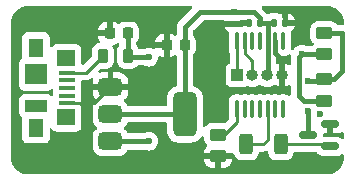
<source format=gbr>
%TF.GenerationSoftware,KiCad,Pcbnew,8.0.6*%
%TF.CreationDate,2024-12-25T17:09:27-08:00*%
%TF.ProjectId,USB_LED_Controller,5553425f-4c45-4445-9f43-6f6e74726f6c,rev?*%
%TF.SameCoordinates,Original*%
%TF.FileFunction,Copper,L1,Top*%
%TF.FilePolarity,Positive*%
%FSLAX46Y46*%
G04 Gerber Fmt 4.6, Leading zero omitted, Abs format (unit mm)*
G04 Created by KiCad (PCBNEW 8.0.6) date 2024-12-25 17:09:27*
%MOMM*%
%LPD*%
G01*
G04 APERTURE LIST*
G04 Aperture macros list*
%AMRoundRect*
0 Rectangle with rounded corners*
0 $1 Rounding radius*
0 $2 $3 $4 $5 $6 $7 $8 $9 X,Y pos of 4 corners*
0 Add a 4 corners polygon primitive as box body*
4,1,4,$2,$3,$4,$5,$6,$7,$8,$9,$2,$3,0*
0 Add four circle primitives for the rounded corners*
1,1,$1+$1,$2,$3*
1,1,$1+$1,$4,$5*
1,1,$1+$1,$6,$7*
1,1,$1+$1,$8,$9*
0 Add four rect primitives between the rounded corners*
20,1,$1+$1,$2,$3,$4,$5,0*
20,1,$1+$1,$4,$5,$6,$7,0*
20,1,$1+$1,$6,$7,$8,$9,0*
20,1,$1+$1,$8,$9,$2,$3,0*%
G04 Aperture macros list end*
%TA.AperFunction,SMDPad,CuDef*%
%ADD10RoundRect,0.250000X-0.450000X0.262500X-0.450000X-0.262500X0.450000X-0.262500X0.450000X0.262500X0*%
%TD*%
%TA.AperFunction,SMDPad,CuDef*%
%ADD11RoundRect,0.250000X0.450000X-0.262500X0.450000X0.262500X-0.450000X0.262500X-0.450000X-0.262500X0*%
%TD*%
%TA.AperFunction,SMDPad,CuDef*%
%ADD12RoundRect,0.375000X-0.625000X-0.375000X0.625000X-0.375000X0.625000X0.375000X-0.625000X0.375000X0*%
%TD*%
%TA.AperFunction,SMDPad,CuDef*%
%ADD13RoundRect,0.500000X-0.500000X-1.400000X0.500000X-1.400000X0.500000X1.400000X-0.500000X1.400000X0*%
%TD*%
%TA.AperFunction,SMDPad,CuDef*%
%ADD14RoundRect,0.100000X0.100000X-0.637500X0.100000X0.637500X-0.100000X0.637500X-0.100000X-0.637500X0*%
%TD*%
%TA.AperFunction,SMDPad,CuDef*%
%ADD15RoundRect,0.250000X-0.312500X-0.625000X0.312500X-0.625000X0.312500X0.625000X-0.312500X0.625000X0*%
%TD*%
%TA.AperFunction,SMDPad,CuDef*%
%ADD16RoundRect,0.150000X0.587500X0.150000X-0.587500X0.150000X-0.587500X-0.150000X0.587500X-0.150000X0*%
%TD*%
%TA.AperFunction,SMDPad,CuDef*%
%ADD17R,1.380000X0.450000*%
%TD*%
%TA.AperFunction,SMDPad,CuDef*%
%ADD18R,1.300000X1.650000*%
%TD*%
%TA.AperFunction,SMDPad,CuDef*%
%ADD19R,1.550000X1.425000*%
%TD*%
%TA.AperFunction,SMDPad,CuDef*%
%ADD20R,1.900000X1.800000*%
%TD*%
%TA.AperFunction,SMDPad,CuDef*%
%ADD21R,1.900000X1.000000*%
%TD*%
%TA.AperFunction,ComponentPad*%
%ADD22R,1.000000X1.000000*%
%TD*%
%TA.AperFunction,ComponentPad*%
%ADD23O,1.000000X1.000000*%
%TD*%
%TA.AperFunction,SMDPad,CuDef*%
%ADD24RoundRect,0.218750X0.218750X0.381250X-0.218750X0.381250X-0.218750X-0.381250X0.218750X-0.381250X0*%
%TD*%
%TA.AperFunction,SMDPad,CuDef*%
%ADD25RoundRect,0.225000X0.225000X0.250000X-0.225000X0.250000X-0.225000X-0.250000X0.225000X-0.250000X0*%
%TD*%
%TA.AperFunction,SMDPad,CuDef*%
%ADD26RoundRect,0.140000X0.140000X0.170000X-0.140000X0.170000X-0.140000X-0.170000X0.140000X-0.170000X0*%
%TD*%
%TA.AperFunction,SMDPad,CuDef*%
%ADD27RoundRect,0.140000X-0.170000X0.140000X-0.170000X-0.140000X0.170000X-0.140000X0.170000X0.140000X0*%
%TD*%
%TA.AperFunction,SMDPad,CuDef*%
%ADD28RoundRect,0.140000X-0.140000X-0.170000X0.140000X-0.170000X0.140000X0.170000X-0.140000X0.170000X0*%
%TD*%
%TA.AperFunction,ViaPad*%
%ADD29C,0.600000*%
%TD*%
%TA.AperFunction,Conductor*%
%ADD30C,0.250000*%
%TD*%
%TA.AperFunction,Conductor*%
%ADD31C,0.400000*%
%TD*%
G04 APERTURE END LIST*
D10*
%TO.P,R4,1*%
%TO.N,Net-(U1-PB9)*%
X85344000Y-74883000D03*
%TO.P,R4,2*%
%TO.N,GND*%
X85344000Y-76708000D03*
%TD*%
D11*
%TO.P,R2,1*%
%TO.N,+5V*%
X94361000Y-68095500D03*
%TO.P,R2,2*%
%TO.N,Net-(Q1-D)*%
X94361000Y-66270500D03*
%TD*%
D12*
%TO.P,U2,1,GND*%
%TO.N,GND*%
X76250000Y-70852000D03*
%TO.P,U2,2,VO*%
%TO.N,+3.3V*%
X76250000Y-73152000D03*
D13*
X82550000Y-73152000D03*
D12*
%TO.P,U2,3,VI*%
%TO.N,+5V*%
X76250000Y-75452000D03*
%TD*%
D14*
%TO.P,U1,1,PB9*%
%TO.N,Net-(U1-PB9)*%
X86950000Y-72712500D03*
%TO.P,U1,2,PC14*%
%TO.N,unconnected-(U1-PC14-Pad2)*%
X87600000Y-72712500D03*
%TO.P,U1,3,PC15*%
%TO.N,unconnected-(U1-PC15-Pad3)*%
X88250000Y-72712500D03*
%TO.P,U1,4,NRST*%
%TO.N,unconnected-(U1-NRST-Pad4)*%
X88900000Y-72712500D03*
%TO.P,U1,5,PA0*%
%TO.N,PWM*%
X89550000Y-72712500D03*
%TO.P,U1,6,PA1*%
%TO.N,unconnected-(U1-PA1-Pad6)*%
X90200000Y-72712500D03*
%TO.P,U1,7,PA4*%
%TO.N,unconnected-(U1-PA4-Pad7)*%
X90850000Y-72712500D03*
%TO.P,U1,8,PA7*%
%TO.N,unconnected-(U1-PA7-Pad8)*%
X90850000Y-66987500D03*
%TO.P,U1,9,VSS*%
%TO.N,GND*%
X90200000Y-66987500D03*
%TO.P,U1,10,VDD*%
%TO.N,+3.3V*%
X89550000Y-66987500D03*
%TO.P,U1,11,PA9*%
%TO.N,unconnected-(U1-PA9-Pad11)*%
X88900000Y-66987500D03*
%TO.P,U1,12,PA10*%
%TO.N,unconnected-(U1-PA10-Pad12)*%
X88250000Y-66987500D03*
%TO.P,U1,13,PA13*%
%TO.N,SWDIO*%
X87600000Y-66987500D03*
%TO.P,U1,14,PA14*%
%TO.N,SWCLK*%
X86950000Y-66987500D03*
%TD*%
D15*
%TO.P,R3,1*%
%TO.N,PWM*%
X87753000Y-75692000D03*
%TO.P,R3,2*%
%TO.N,Net-(Q1-G)*%
X90678000Y-75692000D03*
%TD*%
D11*
%TO.P,R1,1*%
%TO.N,+5V*%
X94337500Y-72032500D03*
%TO.P,R1,2*%
%TO.N,Net-(Q1-D)*%
X94337500Y-70207500D03*
%TD*%
D16*
%TO.P,Q1,1,G*%
%TO.N,Net-(Q1-G)*%
X94839000Y-75880000D03*
%TO.P,Q1,2,S*%
%TO.N,GND*%
X94839000Y-73980000D03*
%TO.P,Q1,3,D*%
%TO.N,Net-(Q1-D)*%
X92964000Y-74930000D03*
%TD*%
D17*
%TO.P,J2,1,VBUS*%
%TO.N,Net-(J2-VBUS)*%
X72602000Y-69620000D03*
%TO.P,J2,2,D-*%
%TO.N,unconnected-(J2-D--Pad2)*%
X72602000Y-70270000D03*
%TO.P,J2,3,D+*%
%TO.N,unconnected-(J2-D+-Pad3)*%
X72602000Y-70920000D03*
%TO.P,J2,4,ID*%
%TO.N,unconnected-(J2-ID-Pad4)*%
X72602000Y-71570000D03*
%TO.P,J2,5,GND*%
%TO.N,GND*%
X72602000Y-72220000D03*
D18*
%TO.P,J2,6,Shield*%
%TO.N,unconnected-(J2-Shield-Pad6)_2*%
X69942000Y-67545000D03*
D19*
%TO.N,unconnected-(J2-Shield-Pad6)_4*%
X72517000Y-68432500D03*
D20*
%TO.N,unconnected-(J2-Shield-Pad6)_1*%
X69942000Y-69770000D03*
D21*
%TO.N,unconnected-(J2-Shield-Pad6)*%
X69942000Y-72470000D03*
D19*
%TO.N,unconnected-(J2-Shield-Pad6)_3*%
X72517000Y-73407500D03*
D18*
%TO.N,unconnected-(J2-Shield-Pad6)_5*%
X69942000Y-74295000D03*
%TD*%
D22*
%TO.P,J1,1,Pin_1*%
%TO.N,SWCLK*%
X86995000Y-69850000D03*
D23*
%TO.P,J1,2,Pin_2*%
%TO.N,SWDIO*%
X88265000Y-69850000D03*
%TO.P,J1,3,Pin_3*%
%TO.N,+3.3V*%
X89535000Y-69850000D03*
%TO.P,J1,4,Pin_4*%
%TO.N,GND*%
X90805000Y-69850000D03*
%TD*%
D24*
%TO.P,FB1,1*%
%TO.N,+5V*%
X77724000Y-68199000D03*
%TO.P,FB1,2*%
%TO.N,Net-(J2-VBUS)*%
X75599000Y-68199000D03*
%TD*%
D25*
%TO.P,C5,2*%
%TO.N,GND*%
X81000000Y-67310000D03*
%TO.P,C5,1*%
%TO.N,+3.3V*%
X82550000Y-67310000D03*
%TD*%
%TO.P,C4,1*%
%TO.N,+5V*%
X77724000Y-66294000D03*
%TO.P,C4,2*%
%TO.N,GND*%
X76174000Y-66294000D03*
%TD*%
D26*
%TO.P,C3,1*%
%TO.N,+3.3V*%
X88900000Y-65405000D03*
%TO.P,C3,2*%
%TO.N,GND*%
X87940000Y-65405000D03*
%TD*%
D27*
%TO.P,C2,1*%
%TO.N,+3.3V*%
X86741000Y-64516000D03*
%TO.P,C2,2*%
%TO.N,GND*%
X86741000Y-65476000D03*
%TD*%
D28*
%TO.P,C1,1*%
%TO.N,+3.3V*%
X90099000Y-65405000D03*
%TO.P,C1,2*%
%TO.N,GND*%
X91059000Y-65405000D03*
%TD*%
D29*
%TO.N,GND*%
X80772000Y-75692000D03*
X93980000Y-73152000D03*
X84582000Y-67310000D03*
X81026000Y-65786000D03*
X92202000Y-66548000D03*
%TO.N,Net-(Q1-D)*%
X92964000Y-70358000D03*
X92964000Y-72898000D03*
%TO.N,+5V*%
X92456000Y-68072000D03*
X79502000Y-68326000D03*
X79502000Y-75438000D03*
%TD*%
D30*
%TO.N,Net-(Q1-G)*%
X90678000Y-75692000D02*
X94651000Y-75692000D01*
X94651000Y-75692000D02*
X94839000Y-75880000D01*
%TO.N,PWM*%
X89550000Y-75296000D02*
X89550000Y-72712500D01*
X89154000Y-75692000D02*
X89550000Y-75296000D01*
X87753000Y-75692000D02*
X89154000Y-75692000D01*
%TO.N,Net-(U1-PB9)*%
X86950000Y-73832000D02*
X86950000Y-72712500D01*
X85899000Y-74883000D02*
X86950000Y-73832000D01*
X85344000Y-74883000D02*
X85899000Y-74883000D01*
%TO.N,GND*%
X92202000Y-65532000D02*
X92202000Y-66548000D01*
X91059000Y-65405000D02*
X91186000Y-65532000D01*
X91186000Y-65532000D02*
X92202000Y-65532000D01*
%TO.N,Net-(J2-VBUS)*%
X74178000Y-69620000D02*
X75599000Y-68199000D01*
X72602000Y-69620000D02*
X74178000Y-69620000D01*
%TO.N,GND*%
X74882000Y-72220000D02*
X76250000Y-70852000D01*
X72602000Y-72220000D02*
X74882000Y-72220000D01*
D31*
X86812000Y-65405000D02*
X86741000Y-65476000D01*
X87940000Y-65405000D02*
X86812000Y-65405000D01*
%TO.N,Net-(Q1-D)*%
X92964000Y-70358000D02*
X94187000Y-70358000D01*
X92964000Y-74930000D02*
X92964000Y-72898000D01*
X94187000Y-70358000D02*
X94337500Y-70207500D01*
%TO.N,+5V*%
X92606500Y-72032500D02*
X94337500Y-72032500D01*
X92202000Y-71628000D02*
X92606500Y-72032500D01*
X92202000Y-68326000D02*
X92202000Y-71628000D01*
X92456000Y-68072000D02*
X92202000Y-68326000D01*
X94337500Y-68072000D02*
X94361000Y-68095500D01*
X92456000Y-68072000D02*
X94337500Y-68072000D01*
%TO.N,Net-(Q1-D)*%
X95226500Y-66270500D02*
X94361000Y-66270500D01*
X95250000Y-66294000D02*
X95226500Y-66270500D01*
X95820000Y-69534000D02*
X95820000Y-66294000D01*
X95146500Y-70207500D02*
X95820000Y-69534000D01*
X95820000Y-66294000D02*
X95250000Y-66294000D01*
X94337500Y-70207500D02*
X95146500Y-70207500D01*
%TO.N,+5V*%
X77851000Y-68326000D02*
X77724000Y-68199000D01*
X79502000Y-68326000D02*
X77851000Y-68326000D01*
X79488000Y-75452000D02*
X79502000Y-75438000D01*
X76250000Y-75452000D02*
X79488000Y-75452000D01*
X77724000Y-68199000D02*
X77724000Y-66294000D01*
%TO.N,GND*%
X90200000Y-67975000D02*
X90200000Y-66987500D01*
X90805000Y-68580000D02*
X90200000Y-67975000D01*
X90805000Y-69850000D02*
X90805000Y-68580000D01*
%TO.N,+3.3V*%
X89550000Y-69835000D02*
X89535000Y-69850000D01*
X89550000Y-66987500D02*
X89550000Y-69835000D01*
D30*
%TO.N,SWDIO*%
X87600000Y-67988812D02*
X87600000Y-66987500D01*
X88265000Y-68653812D02*
X87600000Y-67988812D01*
X88265000Y-69850000D02*
X88265000Y-68653812D01*
%TO.N,SWCLK*%
X86995000Y-69850000D02*
X86995000Y-67032500D01*
X86995000Y-67032500D02*
X86950000Y-66987500D01*
D31*
%TO.N,+3.3V*%
X89550000Y-65415400D02*
X89560400Y-65405000D01*
X89550000Y-66987500D02*
X89550000Y-65415400D01*
X89560400Y-65405000D02*
X88900000Y-65405000D01*
X90099000Y-65405000D02*
X89560400Y-65405000D01*
X88900000Y-65024000D02*
X88900000Y-65405000D01*
X88392000Y-64516000D02*
X88900000Y-65024000D01*
X86741000Y-64516000D02*
X88392000Y-64516000D01*
X83820000Y-64516000D02*
X86741000Y-64516000D01*
X82550000Y-65786000D02*
X83820000Y-64516000D01*
X82550000Y-67310000D02*
X82550000Y-65786000D01*
X82550000Y-73152000D02*
X82550000Y-67310000D01*
X76250000Y-73152000D02*
X82550000Y-73152000D01*
%TD*%
%TA.AperFunction,Conductor*%
%TO.N,GND*%
G36*
X83112520Y-64020185D02*
G01*
X83158275Y-64072989D01*
X83168219Y-64142147D01*
X83139194Y-64205703D01*
X83133162Y-64212181D01*
X82005888Y-65339453D01*
X82005887Y-65339454D01*
X81929222Y-65454192D01*
X81876421Y-65581667D01*
X81876418Y-65581679D01*
X81850436Y-65712301D01*
X81850433Y-65712317D01*
X81849500Y-65717001D01*
X81849500Y-66371199D01*
X81829815Y-66438238D01*
X81777011Y-66483993D01*
X81707853Y-66493937D01*
X81660403Y-66476738D01*
X81533486Y-66398454D01*
X81533481Y-66398452D01*
X81372606Y-66345144D01*
X81273322Y-66335000D01*
X81250000Y-66335000D01*
X81250000Y-68284999D01*
X81273308Y-68284999D01*
X81273322Y-68284998D01*
X81372607Y-68274855D01*
X81533481Y-68221547D01*
X81533492Y-68221542D01*
X81660403Y-68143262D01*
X81727795Y-68124821D01*
X81794458Y-68145743D01*
X81839228Y-68199385D01*
X81849500Y-68248800D01*
X81849500Y-70675222D01*
X81829815Y-70742261D01*
X81777011Y-70788016D01*
X81759613Y-70794437D01*
X81676956Y-70818088D01*
X81642620Y-70836024D01*
X81496593Y-70912302D01*
X81496591Y-70912303D01*
X81496590Y-70912304D01*
X81338890Y-71040890D01*
X81210304Y-71198590D01*
X81116089Y-71378954D01*
X81084328Y-71489957D01*
X81065186Y-71556858D01*
X81060114Y-71574583D01*
X81060113Y-71574586D01*
X81049500Y-71693966D01*
X81049500Y-72327500D01*
X81029815Y-72394539D01*
X80977011Y-72440294D01*
X80925500Y-72451500D01*
X77767740Y-72451500D01*
X77700701Y-72431815D01*
X77656652Y-72382594D01*
X77617032Y-72302707D01*
X77617030Y-72302704D01*
X77497724Y-72154280D01*
X77497722Y-72154278D01*
X77428112Y-72098324D01*
X77388196Y-72040985D01*
X77385616Y-71971163D01*
X77421194Y-71911030D01*
X77428115Y-71905033D01*
X77497366Y-71849367D01*
X77497367Y-71849366D01*
X77616607Y-71701025D01*
X77616609Y-71701022D01*
X77701168Y-71530523D01*
X77747102Y-71345824D01*
X77750000Y-71303096D01*
X77750000Y-71102000D01*
X74750000Y-71102000D01*
X74750000Y-71303096D01*
X74752897Y-71345824D01*
X74798831Y-71530523D01*
X74883390Y-71701022D01*
X74883392Y-71701025D01*
X75002630Y-71849364D01*
X75071884Y-71905031D01*
X75111803Y-71962375D01*
X75114383Y-72032197D01*
X75078805Y-72092329D01*
X75071885Y-72098326D01*
X75002968Y-72153724D01*
X75002276Y-72154280D01*
X74882969Y-72302704D01*
X74882967Y-72302707D01*
X74798360Y-72473302D01*
X74752400Y-72658107D01*
X74749500Y-72700879D01*
X74749500Y-73603122D01*
X74749501Y-73603125D01*
X74752399Y-73645886D01*
X74752399Y-73645887D01*
X74798360Y-73830696D01*
X74882967Y-74001292D01*
X74882969Y-74001295D01*
X75002277Y-74149721D01*
X75002278Y-74149722D01*
X75071486Y-74205353D01*
X75111405Y-74262696D01*
X75113985Y-74332518D01*
X75078406Y-74392651D01*
X75071486Y-74398647D01*
X75002278Y-74454277D01*
X75002277Y-74454278D01*
X74882969Y-74602704D01*
X74882967Y-74602707D01*
X74798360Y-74773302D01*
X74752400Y-74958107D01*
X74749500Y-75000879D01*
X74749500Y-75903122D01*
X74749501Y-75903125D01*
X74752399Y-75945886D01*
X74752399Y-75945887D01*
X74760175Y-75977154D01*
X74797286Y-76126380D01*
X74798360Y-76130696D01*
X74882967Y-76301292D01*
X74882969Y-76301295D01*
X75002277Y-76449721D01*
X75002278Y-76449722D01*
X75150704Y-76569030D01*
X75150707Y-76569032D01*
X75321302Y-76653639D01*
X75321303Y-76653639D01*
X75321307Y-76653641D01*
X75506111Y-76699600D01*
X75548877Y-76702500D01*
X76951122Y-76702499D01*
X76993889Y-76699600D01*
X77178693Y-76653641D01*
X77349296Y-76569030D01*
X77497722Y-76449722D01*
X77617030Y-76301296D01*
X77656652Y-76221406D01*
X77704073Y-76170093D01*
X77767740Y-76152500D01*
X79100735Y-76152500D01*
X79145476Y-76162713D01*
X79145905Y-76161489D01*
X79322737Y-76223366D01*
X79322743Y-76223367D01*
X79322745Y-76223368D01*
X79322746Y-76223368D01*
X79322750Y-76223369D01*
X79501996Y-76243565D01*
X79502000Y-76243565D01*
X79502004Y-76243565D01*
X79681249Y-76223369D01*
X79681252Y-76223368D01*
X79681255Y-76223368D01*
X79851522Y-76163789D01*
X80004262Y-76067816D01*
X80131816Y-75940262D01*
X80227789Y-75787522D01*
X80287368Y-75617255D01*
X80287718Y-75614153D01*
X80307565Y-75438003D01*
X80307565Y-75437996D01*
X80287369Y-75258750D01*
X80287368Y-75258745D01*
X80255574Y-75167883D01*
X80227789Y-75088478D01*
X80220650Y-75077117D01*
X80172747Y-75000879D01*
X80131816Y-74935738D01*
X80004262Y-74808184D01*
X79977242Y-74791206D01*
X79851523Y-74712211D01*
X79681254Y-74652631D01*
X79681249Y-74652630D01*
X79502004Y-74632435D01*
X79501996Y-74632435D01*
X79322750Y-74652630D01*
X79322745Y-74652631D01*
X79152475Y-74712211D01*
X79120199Y-74732493D01*
X79054226Y-74751500D01*
X77767740Y-74751500D01*
X77700701Y-74731815D01*
X77656652Y-74682594D01*
X77617032Y-74602707D01*
X77617030Y-74602704D01*
X77497722Y-74454278D01*
X77497721Y-74454277D01*
X77428514Y-74398647D01*
X77388595Y-74341304D01*
X77386015Y-74271482D01*
X77421594Y-74211349D01*
X77428514Y-74205353D01*
X77443273Y-74193489D01*
X77497722Y-74149722D01*
X77617030Y-74001296D01*
X77642184Y-73950578D01*
X77656652Y-73921406D01*
X77704073Y-73870093D01*
X77767740Y-73852500D01*
X80925501Y-73852500D01*
X80992540Y-73872185D01*
X81038295Y-73924989D01*
X81049501Y-73976500D01*
X81049501Y-74610036D01*
X81050012Y-74615786D01*
X81060113Y-74729415D01*
X81116089Y-74925045D01*
X81116090Y-74925048D01*
X81116091Y-74925049D01*
X81210302Y-75105407D01*
X81210304Y-75105409D01*
X81338890Y-75263109D01*
X81382048Y-75298299D01*
X81496593Y-75391698D01*
X81676951Y-75485909D01*
X81872582Y-75541886D01*
X81991963Y-75552500D01*
X83108036Y-75552499D01*
X83227418Y-75541886D01*
X83423049Y-75485909D01*
X83603407Y-75391698D01*
X83761109Y-75263109D01*
X83889698Y-75105407D01*
X83909593Y-75067319D01*
X83958076Y-75017014D01*
X84026063Y-75000906D01*
X84091967Y-75024111D01*
X84134863Y-75079263D01*
X84143500Y-75124730D01*
X84143500Y-75195500D01*
X84143501Y-75195519D01*
X84154000Y-75298296D01*
X84154001Y-75298299D01*
X84209185Y-75464831D01*
X84209187Y-75464836D01*
X84217027Y-75477546D01*
X84301286Y-75614153D01*
X84301289Y-75614157D01*
X84395304Y-75708172D01*
X84428789Y-75769495D01*
X84423805Y-75839187D01*
X84395305Y-75883534D01*
X84301682Y-75977157D01*
X84209643Y-76126375D01*
X84209641Y-76126380D01*
X84154494Y-76292802D01*
X84154493Y-76292809D01*
X84144000Y-76395513D01*
X84144000Y-76458000D01*
X86566888Y-76458000D01*
X86577776Y-76452054D01*
X86647468Y-76457035D01*
X86703404Y-76498903D01*
X86721847Y-76534215D01*
X86755685Y-76636331D01*
X86755687Y-76636336D01*
X86766360Y-76653639D01*
X86847788Y-76785656D01*
X86971844Y-76909712D01*
X87121166Y-77001814D01*
X87287703Y-77056999D01*
X87390491Y-77067500D01*
X88115508Y-77067499D01*
X88115516Y-77067498D01*
X88115519Y-77067498D01*
X88171802Y-77061748D01*
X88218297Y-77056999D01*
X88384834Y-77001814D01*
X88534156Y-76909712D01*
X88658212Y-76785656D01*
X88750314Y-76636334D01*
X88805499Y-76469797D01*
X88809677Y-76428896D01*
X88836073Y-76364207D01*
X88893253Y-76324055D01*
X88933035Y-76317500D01*
X89215607Y-76317500D01*
X89276029Y-76305481D01*
X89336452Y-76293463D01*
X89372013Y-76278733D01*
X89443550Y-76249101D01*
X89513018Y-76241633D01*
X89575497Y-76272909D01*
X89611149Y-76332998D01*
X89615000Y-76363644D01*
X89615000Y-76366991D01*
X89615001Y-76367019D01*
X89625500Y-76469796D01*
X89625501Y-76469799D01*
X89680685Y-76636331D01*
X89680687Y-76636336D01*
X89691360Y-76653639D01*
X89772788Y-76785656D01*
X89896844Y-76909712D01*
X90046166Y-77001814D01*
X90212703Y-77056999D01*
X90315491Y-77067500D01*
X91040508Y-77067499D01*
X91040516Y-77067498D01*
X91040519Y-77067498D01*
X91096802Y-77061748D01*
X91143297Y-77056999D01*
X91309834Y-77001814D01*
X91459156Y-76909712D01*
X91583212Y-76785656D01*
X91675314Y-76636334D01*
X91730499Y-76469797D01*
X91734677Y-76428896D01*
X91761073Y-76364207D01*
X91818253Y-76324055D01*
X91858035Y-76317500D01*
X93595055Y-76317500D01*
X93662094Y-76337185D01*
X93701787Y-76378379D01*
X93733416Y-76431861D01*
X93733423Y-76431870D01*
X93849629Y-76548076D01*
X93849633Y-76548079D01*
X93849635Y-76548081D01*
X93991102Y-76631744D01*
X94006901Y-76636334D01*
X94148926Y-76677597D01*
X94148929Y-76677597D01*
X94148931Y-76677598D01*
X94185806Y-76680500D01*
X94185814Y-76680500D01*
X95492186Y-76680500D01*
X95492194Y-76680500D01*
X95529069Y-76677598D01*
X95529071Y-76677597D01*
X95529073Y-76677597D01*
X95570691Y-76665505D01*
X95686898Y-76631744D01*
X95828365Y-76548081D01*
X95828365Y-76548080D01*
X95832379Y-76545707D01*
X95900103Y-76528524D01*
X95966366Y-76550684D01*
X96010129Y-76605150D01*
X96019500Y-76652439D01*
X96019500Y-76830124D01*
X96019118Y-76839853D01*
X96002973Y-77044984D01*
X95999929Y-77064202D01*
X95953037Y-77259524D01*
X95947024Y-77278030D01*
X95870152Y-77463615D01*
X95861318Y-77480952D01*
X95756363Y-77652221D01*
X95744926Y-77667962D01*
X95614468Y-77820709D01*
X95600709Y-77834468D01*
X95447962Y-77964926D01*
X95432221Y-77976363D01*
X95260952Y-78081318D01*
X95243615Y-78090152D01*
X95058030Y-78167024D01*
X95039524Y-78173037D01*
X94844202Y-78219929D01*
X94824984Y-78222973D01*
X94619854Y-78239118D01*
X94610125Y-78239500D01*
X69219875Y-78239500D01*
X69210146Y-78239118D01*
X69005015Y-78222973D01*
X68985797Y-78219929D01*
X68790475Y-78173037D01*
X68771969Y-78167024D01*
X68586384Y-78090152D01*
X68569047Y-78081318D01*
X68397778Y-77976363D01*
X68382037Y-77964926D01*
X68229290Y-77834468D01*
X68215531Y-77820709D01*
X68085073Y-77667962D01*
X68073636Y-77652221D01*
X67968681Y-77480952D01*
X67959847Y-77463615D01*
X67946298Y-77430906D01*
X67882973Y-77278024D01*
X67876964Y-77259531D01*
X67830069Y-77064197D01*
X67827026Y-77044984D01*
X67825098Y-77020486D01*
X84144001Y-77020486D01*
X84154494Y-77123197D01*
X84209641Y-77289619D01*
X84209643Y-77289624D01*
X84301684Y-77438845D01*
X84425654Y-77562815D01*
X84574875Y-77654856D01*
X84574880Y-77654858D01*
X84741302Y-77710005D01*
X84741309Y-77710006D01*
X84844019Y-77720499D01*
X85093999Y-77720499D01*
X85594000Y-77720499D01*
X85843972Y-77720499D01*
X85843986Y-77720498D01*
X85946697Y-77710005D01*
X86113119Y-77654858D01*
X86113124Y-77654856D01*
X86262345Y-77562815D01*
X86386315Y-77438845D01*
X86478356Y-77289624D01*
X86478358Y-77289619D01*
X86533505Y-77123197D01*
X86533506Y-77123190D01*
X86543999Y-77020486D01*
X86544000Y-77020473D01*
X86544000Y-76958000D01*
X85594000Y-76958000D01*
X85594000Y-77720499D01*
X85093999Y-77720499D01*
X85094000Y-77720498D01*
X85094000Y-76958000D01*
X84144001Y-76958000D01*
X84144001Y-77020486D01*
X67825098Y-77020486D01*
X67823628Y-77001814D01*
X67810882Y-76839853D01*
X67810500Y-76830124D01*
X67810500Y-68822135D01*
X68491500Y-68822135D01*
X68491500Y-70717870D01*
X68491501Y-70717876D01*
X68497908Y-70777483D01*
X68548202Y-70912328D01*
X68548206Y-70912335D01*
X68634452Y-71027544D01*
X68634455Y-71027547D01*
X68749664Y-71113793D01*
X68749671Y-71113797D01*
X68884517Y-71164091D01*
X68884516Y-71164091D01*
X68891444Y-71164835D01*
X68944127Y-71170500D01*
X70939872Y-71170499D01*
X70999483Y-71164091D01*
X71134331Y-71113796D01*
X71213192Y-71054760D01*
X71278652Y-71030344D01*
X71346925Y-71045195D01*
X71396331Y-71094599D01*
X71411500Y-71154025D01*
X71411500Y-71192867D01*
X71411501Y-71192878D01*
X71415679Y-71231745D01*
X71415679Y-71258250D01*
X71411500Y-71297122D01*
X71411500Y-71485970D01*
X71391815Y-71553009D01*
X71339011Y-71598764D01*
X71269853Y-71608708D01*
X71213189Y-71585237D01*
X71198956Y-71574582D01*
X71134331Y-71526204D01*
X71134329Y-71526203D01*
X71134328Y-71526202D01*
X70999482Y-71475908D01*
X70999483Y-71475908D01*
X70939883Y-71469501D01*
X70939881Y-71469500D01*
X70939873Y-71469500D01*
X70939864Y-71469500D01*
X68944129Y-71469500D01*
X68944123Y-71469501D01*
X68884516Y-71475908D01*
X68749671Y-71526202D01*
X68749664Y-71526206D01*
X68634455Y-71612452D01*
X68634452Y-71612455D01*
X68548206Y-71727664D01*
X68548202Y-71727671D01*
X68497908Y-71862517D01*
X68491501Y-71922116D01*
X68491500Y-71922135D01*
X68491500Y-73017870D01*
X68491501Y-73017876D01*
X68497908Y-73077483D01*
X68548202Y-73212328D01*
X68548206Y-73212335D01*
X68604677Y-73287769D01*
X68634454Y-73327546D01*
X68741811Y-73407914D01*
X68783682Y-73463847D01*
X68791500Y-73507180D01*
X68791500Y-75167870D01*
X68791501Y-75167876D01*
X68797908Y-75227483D01*
X68848202Y-75362328D01*
X68848206Y-75362335D01*
X68934452Y-75477544D01*
X68934455Y-75477547D01*
X69049664Y-75563793D01*
X69049671Y-75563797D01*
X69184517Y-75614091D01*
X69184516Y-75614091D01*
X69191444Y-75614835D01*
X69244127Y-75620500D01*
X70639872Y-75620499D01*
X70699483Y-75614091D01*
X70834331Y-75563796D01*
X70949546Y-75477546D01*
X71035796Y-75362331D01*
X71086091Y-75227483D01*
X71092500Y-75167873D01*
X71092499Y-74460099D01*
X71112183Y-74393063D01*
X71164987Y-74347308D01*
X71234146Y-74337364D01*
X71297702Y-74366389D01*
X71315765Y-74385790D01*
X71321210Y-74393063D01*
X71371395Y-74460102D01*
X71384455Y-74477547D01*
X71499664Y-74563793D01*
X71499671Y-74563797D01*
X71634517Y-74614091D01*
X71634516Y-74614091D01*
X71641444Y-74614835D01*
X71694127Y-74620500D01*
X73339872Y-74620499D01*
X73399483Y-74614091D01*
X73534331Y-74563796D01*
X73649546Y-74477546D01*
X73735796Y-74362331D01*
X73786091Y-74227483D01*
X73792500Y-74167873D01*
X73792499Y-72647128D01*
X73786091Y-72587517D01*
X73786090Y-72587516D01*
X73785380Y-72580904D01*
X73785381Y-72554393D01*
X73791999Y-72492842D01*
X73792000Y-72492827D01*
X73792000Y-72445000D01*
X73791948Y-72444948D01*
X73725085Y-72425315D01*
X73692859Y-72395313D01*
X73649546Y-72337454D01*
X73649544Y-72337452D01*
X73649543Y-72337451D01*
X73644773Y-72332681D01*
X73611288Y-72271358D01*
X73616272Y-72201666D01*
X73644773Y-72157319D01*
X73649542Y-72152548D01*
X73649546Y-72152546D01*
X73730289Y-72044688D01*
X73778105Y-72008894D01*
X73792000Y-71995000D01*
X73792000Y-71947182D01*
X73791999Y-71947164D01*
X73788068Y-71910602D01*
X73788068Y-71884094D01*
X73792500Y-71842873D01*
X73792499Y-71297128D01*
X73792499Y-71297127D01*
X73792498Y-71297111D01*
X73788320Y-71258253D01*
X73788320Y-71231745D01*
X73792500Y-71192873D01*
X73792499Y-70647128D01*
X73792499Y-70647127D01*
X73792498Y-70647111D01*
X73788320Y-70608253D01*
X73788320Y-70581747D01*
X73792500Y-70542873D01*
X73792499Y-70369499D01*
X73812183Y-70302461D01*
X73864987Y-70256706D01*
X73916499Y-70245500D01*
X74239607Y-70245500D01*
X74300029Y-70233481D01*
X74360452Y-70221463D01*
X74393968Y-70207580D01*
X74474286Y-70174312D01*
X74527872Y-70138506D01*
X74527873Y-70138506D01*
X74570438Y-70110064D01*
X74576733Y-70105858D01*
X74578922Y-70103669D01*
X74580353Y-70102887D01*
X74581443Y-70101993D01*
X74581612Y-70102199D01*
X74640243Y-70070179D01*
X74709935Y-70075158D01*
X74765871Y-70117025D01*
X74790293Y-70182487D01*
X74786945Y-70221269D01*
X74752897Y-70358173D01*
X74750000Y-70400903D01*
X74750000Y-70602000D01*
X76000000Y-70602000D01*
X76500000Y-70602000D01*
X77750000Y-70602000D01*
X77750000Y-70400903D01*
X77747102Y-70358175D01*
X77701168Y-70173476D01*
X77616609Y-70002977D01*
X77616607Y-70002974D01*
X77497367Y-69854633D01*
X77497366Y-69854632D01*
X77349025Y-69735392D01*
X77349022Y-69735390D01*
X77178523Y-69650831D01*
X76993824Y-69604897D01*
X76951097Y-69602000D01*
X76500000Y-69602000D01*
X76500000Y-70602000D01*
X76000000Y-70602000D01*
X76000000Y-69602000D01*
X75548903Y-69602000D01*
X75506173Y-69604897D01*
X75369267Y-69638945D01*
X75299458Y-69636021D01*
X75242312Y-69595820D01*
X75215972Y-69531106D01*
X75228801Y-69462424D01*
X75251656Y-69430933D01*
X75346773Y-69335818D01*
X75408096Y-69302334D01*
X75434453Y-69299500D01*
X75865669Y-69299500D01*
X75865674Y-69299500D01*
X75964185Y-69289436D01*
X76123787Y-69236549D01*
X76266891Y-69148281D01*
X76385781Y-69029391D01*
X76474049Y-68886287D01*
X76526936Y-68726685D01*
X76537000Y-68628174D01*
X76537000Y-67769826D01*
X76526936Y-67671315D01*
X76474049Y-67511713D01*
X76435470Y-67449168D01*
X76417031Y-67381776D01*
X76437954Y-67315113D01*
X76491595Y-67270343D01*
X76528413Y-67260713D01*
X76546610Y-67258854D01*
X76707481Y-67205547D01*
X76707488Y-67205544D01*
X76829615Y-67130214D01*
X76897007Y-67111773D01*
X76963671Y-67132695D01*
X77008441Y-67186336D01*
X77017103Y-67255667D01*
X76986907Y-67318675D01*
X76982395Y-67323432D01*
X76937219Y-67368608D01*
X76937216Y-67368612D01*
X76848955Y-67511704D01*
X76848950Y-67511715D01*
X76839369Y-67540630D01*
X76796064Y-67671315D01*
X76796064Y-67671316D01*
X76796063Y-67671316D01*
X76786000Y-67769818D01*
X76786000Y-68628181D01*
X76796063Y-68726683D01*
X76848950Y-68886284D01*
X76848955Y-68886295D01*
X76937216Y-69029387D01*
X76937219Y-69029391D01*
X77056108Y-69148280D01*
X77056112Y-69148283D01*
X77199204Y-69236544D01*
X77199207Y-69236545D01*
X77199213Y-69236549D01*
X77358815Y-69289436D01*
X77457326Y-69299500D01*
X77457331Y-69299500D01*
X77990669Y-69299500D01*
X77990674Y-69299500D01*
X78089185Y-69289436D01*
X78248787Y-69236549D01*
X78391891Y-69148281D01*
X78477353Y-69062819D01*
X78538676Y-69029334D01*
X78565034Y-69026500D01*
X79076506Y-69026500D01*
X79142477Y-69045506D01*
X79152474Y-69051787D01*
X79152475Y-69051787D01*
X79152478Y-69051789D01*
X79284539Y-69097999D01*
X79322745Y-69111368D01*
X79322750Y-69111369D01*
X79501996Y-69131565D01*
X79502000Y-69131565D01*
X79502004Y-69131565D01*
X79681249Y-69111369D01*
X79681252Y-69111368D01*
X79681255Y-69111368D01*
X79851522Y-69051789D01*
X80004262Y-68955816D01*
X80131816Y-68828262D01*
X80227789Y-68675522D01*
X80287368Y-68505255D01*
X80297214Y-68417873D01*
X80307516Y-68326437D01*
X80334582Y-68262023D01*
X80392177Y-68222468D01*
X80462014Y-68220330D01*
X80469741Y-68222614D01*
X80627394Y-68274856D01*
X80726683Y-68284999D01*
X80750000Y-68284998D01*
X80750000Y-67560000D01*
X80050001Y-67560000D01*
X80018641Y-67591360D01*
X79957317Y-67624844D01*
X79887626Y-67619859D01*
X79864988Y-67608672D01*
X79851523Y-67600211D01*
X79681254Y-67540631D01*
X79681249Y-67540630D01*
X79502004Y-67520435D01*
X79501996Y-67520435D01*
X79322750Y-67540630D01*
X79322745Y-67540631D01*
X79152474Y-67600212D01*
X79142477Y-67606494D01*
X79076506Y-67625500D01*
X78726295Y-67625500D01*
X78659256Y-67605815D01*
X78613501Y-67553011D01*
X78608589Y-67540504D01*
X78601939Y-67520435D01*
X78599049Y-67511713D01*
X78599045Y-67511707D01*
X78599044Y-67511704D01*
X78510783Y-67368612D01*
X78510780Y-67368608D01*
X78460819Y-67318647D01*
X78427334Y-67257324D01*
X78424500Y-67230966D01*
X78424500Y-67145874D01*
X78444185Y-67078835D01*
X78460819Y-67058193D01*
X78465081Y-67053931D01*
X78507335Y-67011677D01*
X80050000Y-67011677D01*
X80050000Y-67060000D01*
X80750000Y-67060000D01*
X80750000Y-66334999D01*
X80726693Y-66335000D01*
X80726674Y-66335001D01*
X80627392Y-66345144D01*
X80466518Y-66398452D01*
X80466507Y-66398457D01*
X80322271Y-66487424D01*
X80322267Y-66487427D01*
X80202427Y-66607267D01*
X80202424Y-66607271D01*
X80113457Y-66751507D01*
X80113452Y-66751518D01*
X80060144Y-66912393D01*
X80050000Y-67011677D01*
X78507335Y-67011677D01*
X78521968Y-66997044D01*
X78611003Y-66852697D01*
X78664349Y-66691708D01*
X78674500Y-66592345D01*
X78674499Y-65995656D01*
X78671917Y-65970383D01*
X78664349Y-65896292D01*
X78664348Y-65896289D01*
X78650734Y-65855204D01*
X78611003Y-65735303D01*
X78610999Y-65735297D01*
X78610998Y-65735294D01*
X78521970Y-65590959D01*
X78521967Y-65590955D01*
X78402044Y-65471032D01*
X78402040Y-65471029D01*
X78257705Y-65382001D01*
X78257699Y-65381998D01*
X78257697Y-65381997D01*
X78257694Y-65381996D01*
X78096709Y-65328651D01*
X77997346Y-65318500D01*
X77450662Y-65318500D01*
X77450644Y-65318501D01*
X77351292Y-65328650D01*
X77351289Y-65328651D01*
X77190305Y-65381996D01*
X77190294Y-65382001D01*
X77045959Y-65471029D01*
X77045953Y-65471033D01*
X77036324Y-65480663D01*
X76975000Y-65514146D01*
X76905308Y-65509159D01*
X76860965Y-65480660D01*
X76851732Y-65471427D01*
X76851728Y-65471424D01*
X76707492Y-65382457D01*
X76707481Y-65382452D01*
X76546606Y-65329144D01*
X76447322Y-65319000D01*
X76424000Y-65319000D01*
X76424000Y-66420000D01*
X76404315Y-66487039D01*
X76351511Y-66532794D01*
X76300000Y-66544000D01*
X75224001Y-66544000D01*
X75224001Y-66592322D01*
X75234144Y-66691607D01*
X75287452Y-66852481D01*
X75287455Y-66852488D01*
X75329021Y-66919875D01*
X75347462Y-66987268D01*
X75326540Y-67053931D01*
X75272898Y-67098701D01*
X75236099Y-67108329D01*
X75233829Y-67108561D01*
X75233816Y-67108563D01*
X75233815Y-67108564D01*
X75182066Y-67125712D01*
X75074215Y-67161450D01*
X75074204Y-67161455D01*
X74931112Y-67249716D01*
X74931108Y-67249719D01*
X74812219Y-67368608D01*
X74812216Y-67368612D01*
X74723955Y-67511704D01*
X74723950Y-67511715D01*
X74714369Y-67540630D01*
X74671064Y-67671315D01*
X74671064Y-67671316D01*
X74671063Y-67671316D01*
X74661000Y-67769818D01*
X74661000Y-68201047D01*
X74641315Y-68268086D01*
X74624681Y-68288728D01*
X74004180Y-68909229D01*
X73942857Y-68942714D01*
X73873165Y-68937730D01*
X73817232Y-68895858D01*
X73792815Y-68830394D01*
X73792499Y-68821572D01*
X73792499Y-67672128D01*
X73786091Y-67612517D01*
X73783591Y-67605815D01*
X73735797Y-67477671D01*
X73735793Y-67477664D01*
X73649547Y-67362455D01*
X73649544Y-67362452D01*
X73534335Y-67276206D01*
X73534328Y-67276202D01*
X73399482Y-67225908D01*
X73399483Y-67225908D01*
X73339883Y-67219501D01*
X73339881Y-67219500D01*
X73339873Y-67219500D01*
X73339864Y-67219500D01*
X71694129Y-67219500D01*
X71694123Y-67219501D01*
X71634516Y-67225908D01*
X71499671Y-67276202D01*
X71499664Y-67276206D01*
X71384455Y-67362452D01*
X71315765Y-67454210D01*
X71259831Y-67496080D01*
X71190139Y-67501064D01*
X71128817Y-67467578D01*
X71095332Y-67406255D01*
X71092499Y-67379898D01*
X71092499Y-66672129D01*
X71092498Y-66672123D01*
X71092497Y-66672116D01*
X71086091Y-66612517D01*
X71084134Y-66607271D01*
X71035797Y-66477671D01*
X71035793Y-66477664D01*
X70949547Y-66362455D01*
X70949544Y-66362452D01*
X70834335Y-66276206D01*
X70834328Y-66276202D01*
X70699482Y-66225908D01*
X70699483Y-66225908D01*
X70639883Y-66219501D01*
X70639881Y-66219500D01*
X70639873Y-66219500D01*
X70639864Y-66219500D01*
X69244129Y-66219500D01*
X69244123Y-66219501D01*
X69184516Y-66225908D01*
X69049671Y-66276202D01*
X69049664Y-66276206D01*
X68934455Y-66362452D01*
X68934452Y-66362455D01*
X68848206Y-66477664D01*
X68848202Y-66477671D01*
X68797908Y-66612517D01*
X68791501Y-66672116D01*
X68791501Y-66672123D01*
X68791500Y-66672135D01*
X68791500Y-68332819D01*
X68771815Y-68399858D01*
X68741812Y-68432085D01*
X68634452Y-68512455D01*
X68548206Y-68627664D01*
X68548202Y-68627671D01*
X68497908Y-68762517D01*
X68491501Y-68822116D01*
X68491500Y-68822135D01*
X67810500Y-68822135D01*
X67810500Y-65995677D01*
X75224000Y-65995677D01*
X75224000Y-66044000D01*
X75924000Y-66044000D01*
X75924000Y-65318999D01*
X75900693Y-65319000D01*
X75900674Y-65319001D01*
X75801392Y-65329144D01*
X75640518Y-65382452D01*
X75640507Y-65382457D01*
X75496271Y-65471424D01*
X75496267Y-65471427D01*
X75376427Y-65591267D01*
X75376424Y-65591271D01*
X75287457Y-65735507D01*
X75287452Y-65735518D01*
X75234144Y-65896393D01*
X75224000Y-65995677D01*
X67810500Y-65995677D01*
X67810500Y-65409875D01*
X67810882Y-65400146D01*
X67817268Y-65319000D01*
X67827026Y-65195009D01*
X67830068Y-65175803D01*
X67876965Y-64980464D01*
X67882971Y-64961979D01*
X67959848Y-64776380D01*
X67968681Y-64759047D01*
X68020853Y-64673912D01*
X68073637Y-64587776D01*
X68085073Y-64572037D01*
X68215531Y-64419290D01*
X68229290Y-64405531D01*
X68382037Y-64275073D01*
X68397778Y-64263636D01*
X68492315Y-64205703D01*
X68569050Y-64158679D01*
X68586380Y-64149848D01*
X68771979Y-64072971D01*
X68790464Y-64066965D01*
X68985803Y-64020068D01*
X69005009Y-64017026D01*
X69210146Y-64000881D01*
X69219875Y-64000500D01*
X69280892Y-64000500D01*
X83045481Y-64000500D01*
X83112520Y-64020185D01*
G37*
%TD.AperFunction*%
%TA.AperFunction,Conductor*%
G36*
X95032039Y-73749685D02*
G01*
X95077794Y-73802489D01*
X95089000Y-73854000D01*
X95089000Y-74780000D01*
X95492134Y-74780000D01*
X95492149Y-74779999D01*
X95528989Y-74777100D01*
X95528995Y-74777099D01*
X95686693Y-74731283D01*
X95686696Y-74731282D01*
X95832379Y-74645126D01*
X95900103Y-74627943D01*
X95966365Y-74650103D01*
X96010129Y-74704569D01*
X96019500Y-74751858D01*
X96019500Y-75107560D01*
X95999815Y-75174599D01*
X95947011Y-75220354D01*
X95877853Y-75230298D01*
X95832380Y-75214292D01*
X95686900Y-75128257D01*
X95686893Y-75128254D01*
X95529073Y-75082402D01*
X95529067Y-75082401D01*
X95492201Y-75079500D01*
X95492194Y-75079500D01*
X94790177Y-75079500D01*
X94765986Y-75077117D01*
X94712610Y-75066500D01*
X94712607Y-75066500D01*
X94712606Y-75066500D01*
X94326000Y-75066500D01*
X94258961Y-75046815D01*
X94213206Y-74994011D01*
X94202000Y-74942500D01*
X94202000Y-74904000D01*
X94221685Y-74836961D01*
X94274489Y-74791206D01*
X94326000Y-74780000D01*
X94589000Y-74780000D01*
X94589000Y-73854000D01*
X94608685Y-73786961D01*
X94661489Y-73741206D01*
X94713000Y-73730000D01*
X94965000Y-73730000D01*
X95032039Y-73749685D01*
G37*
%TD.AperFunction*%
%TA.AperFunction,Conductor*%
G36*
X85899756Y-65226000D02*
G01*
X86242648Y-65226000D01*
X86305766Y-65243267D01*
X86314605Y-65248494D01*
X86314608Y-65248494D01*
X86314610Y-65248496D01*
X86470002Y-65293642D01*
X86470005Y-65293642D01*
X86470007Y-65293643D01*
X86506310Y-65296500D01*
X86506318Y-65296500D01*
X86975682Y-65296500D01*
X86975690Y-65296500D01*
X87011993Y-65293643D01*
X87011995Y-65293642D01*
X87011997Y-65293642D01*
X87100252Y-65268001D01*
X87167395Y-65248494D01*
X87192295Y-65233767D01*
X87255416Y-65216500D01*
X87995500Y-65216500D01*
X88062539Y-65236185D01*
X88108294Y-65288989D01*
X88119500Y-65340500D01*
X88119500Y-65531000D01*
X88099815Y-65598039D01*
X88047011Y-65643794D01*
X87995500Y-65655000D01*
X87594000Y-65655000D01*
X87559319Y-65689681D01*
X87497996Y-65723166D01*
X87471638Y-65726000D01*
X85936496Y-65726000D01*
X85978968Y-65872195D01*
X86061278Y-66011374D01*
X86061285Y-66011383D01*
X86175616Y-66125714D01*
X86175624Y-66125720D01*
X86196239Y-66137912D01*
X86243922Y-66188981D01*
X86256426Y-66257723D01*
X86256057Y-66260828D01*
X86249501Y-66310626D01*
X86249500Y-66310645D01*
X86249500Y-67664363D01*
X86264953Y-67781753D01*
X86264957Y-67781765D01*
X86325461Y-67927836D01*
X86325462Y-67927837D01*
X86325464Y-67927841D01*
X86343876Y-67951835D01*
X86369070Y-68017002D01*
X86369500Y-68027321D01*
X86369500Y-68776533D01*
X86349815Y-68843572D01*
X86297011Y-68889327D01*
X86288836Y-68892714D01*
X86252665Y-68906205D01*
X86137455Y-68992452D01*
X86137452Y-68992455D01*
X86051206Y-69107664D01*
X86051202Y-69107671D01*
X86000908Y-69242517D01*
X85994501Y-69302116D01*
X85994500Y-69302135D01*
X85994500Y-70397870D01*
X85994501Y-70397876D01*
X86000908Y-70457483D01*
X86051202Y-70592328D01*
X86051206Y-70592335D01*
X86137452Y-70707544D01*
X86137455Y-70707547D01*
X86252664Y-70793793D01*
X86252671Y-70793797D01*
X86387517Y-70844091D01*
X86387516Y-70844091D01*
X86394444Y-70844835D01*
X86447127Y-70850500D01*
X87542872Y-70850499D01*
X87602483Y-70844091D01*
X87737331Y-70793796D01*
X87745379Y-70787770D01*
X87810842Y-70763351D01*
X87874474Y-70776895D01*
X87874645Y-70776483D01*
X87876875Y-70777406D01*
X87878146Y-70777677D01*
X87880273Y-70778814D01*
X88068868Y-70836024D01*
X88265000Y-70855341D01*
X88461132Y-70836024D01*
X88649727Y-70778814D01*
X88823538Y-70685910D01*
X88823544Y-70685904D01*
X88828607Y-70682523D01*
X88829703Y-70684164D01*
X88885639Y-70660405D01*
X88954507Y-70672194D01*
X88971148Y-70682888D01*
X88971393Y-70682523D01*
X88976458Y-70685907D01*
X88976462Y-70685910D01*
X89109593Y-70757070D01*
X89148147Y-70777678D01*
X89150273Y-70778814D01*
X89338868Y-70836024D01*
X89535000Y-70855341D01*
X89731132Y-70836024D01*
X89919727Y-70778814D01*
X90093538Y-70685910D01*
X90093544Y-70685904D01*
X90098607Y-70682523D01*
X90099624Y-70684045D01*
X90156021Y-70660084D01*
X90224890Y-70671866D01*
X90241424Y-70682489D01*
X90241678Y-70682110D01*
X90246738Y-70685491D01*
X90420465Y-70778349D01*
X90555000Y-70819159D01*
X90555000Y-70059618D01*
X90605446Y-70110064D01*
X90679555Y-70152851D01*
X90762213Y-70175000D01*
X90847787Y-70175000D01*
X90930445Y-70152851D01*
X91004554Y-70110064D01*
X91055000Y-70059618D01*
X91055000Y-70819159D01*
X91189538Y-70778348D01*
X91319047Y-70709125D01*
X91387450Y-70694883D01*
X91452694Y-70719883D01*
X91494064Y-70776188D01*
X91501500Y-70818483D01*
X91501500Y-71489819D01*
X91481815Y-71556858D01*
X91429011Y-71602613D01*
X91359853Y-71612557D01*
X91302014Y-71588195D01*
X91252842Y-71550464D01*
X91106762Y-71489956D01*
X91106760Y-71489955D01*
X90989361Y-71474500D01*
X90710636Y-71474500D01*
X90593246Y-71489953D01*
X90593234Y-71489957D01*
X90572450Y-71498566D01*
X90502981Y-71506033D01*
X90477550Y-71498566D01*
X90456765Y-71489957D01*
X90456760Y-71489955D01*
X90339361Y-71474500D01*
X90060636Y-71474500D01*
X89943246Y-71489953D01*
X89943234Y-71489957D01*
X89922450Y-71498566D01*
X89852981Y-71506033D01*
X89827550Y-71498566D01*
X89806765Y-71489957D01*
X89806760Y-71489955D01*
X89689361Y-71474500D01*
X89410636Y-71474500D01*
X89293246Y-71489953D01*
X89293234Y-71489957D01*
X89272450Y-71498566D01*
X89202981Y-71506033D01*
X89177550Y-71498566D01*
X89156765Y-71489957D01*
X89156760Y-71489955D01*
X89039361Y-71474500D01*
X88760636Y-71474500D01*
X88643246Y-71489953D01*
X88643234Y-71489957D01*
X88622450Y-71498566D01*
X88552981Y-71506033D01*
X88527550Y-71498566D01*
X88506765Y-71489957D01*
X88506760Y-71489955D01*
X88389361Y-71474500D01*
X88110636Y-71474500D01*
X87993246Y-71489953D01*
X87993234Y-71489957D01*
X87972450Y-71498566D01*
X87902981Y-71506033D01*
X87877550Y-71498566D01*
X87856765Y-71489957D01*
X87856760Y-71489955D01*
X87739361Y-71474500D01*
X87460636Y-71474500D01*
X87343246Y-71489953D01*
X87343234Y-71489957D01*
X87322450Y-71498566D01*
X87252981Y-71506033D01*
X87227550Y-71498566D01*
X87206765Y-71489957D01*
X87206760Y-71489955D01*
X87089361Y-71474500D01*
X86810636Y-71474500D01*
X86693246Y-71489953D01*
X86693237Y-71489956D01*
X86547160Y-71550463D01*
X86421718Y-71646718D01*
X86325463Y-71772160D01*
X86264956Y-71918237D01*
X86264955Y-71918239D01*
X86249501Y-72035629D01*
X86249500Y-72035645D01*
X86249500Y-73389363D01*
X86264953Y-73506753D01*
X86264957Y-73506765D01*
X86270063Y-73519092D01*
X86277532Y-73588561D01*
X86246256Y-73651040D01*
X86243183Y-73654225D01*
X86052074Y-73845334D01*
X85990751Y-73878819D01*
X85951791Y-73881011D01*
X85844011Y-73870000D01*
X84843998Y-73870000D01*
X84843980Y-73870001D01*
X84741203Y-73880500D01*
X84741200Y-73880501D01*
X84574668Y-73935685D01*
X84574663Y-73935687D01*
X84425342Y-74027789D01*
X84301289Y-74151842D01*
X84280037Y-74186297D01*
X84228088Y-74233020D01*
X84159125Y-74244241D01*
X84095043Y-74216397D01*
X84056188Y-74158327D01*
X84050499Y-74121203D01*
X84050499Y-71693964D01*
X84039886Y-71574582D01*
X83983909Y-71378951D01*
X83889698Y-71198593D01*
X83820555Y-71113796D01*
X83761109Y-71040890D01*
X83603447Y-70912335D01*
X83603407Y-70912302D01*
X83423049Y-70818091D01*
X83423048Y-70818090D01*
X83423043Y-70818088D01*
X83340387Y-70794437D01*
X83281350Y-70757070D01*
X83251887Y-70693716D01*
X83250500Y-70675222D01*
X83250500Y-68161874D01*
X83270185Y-68094835D01*
X83286819Y-68074193D01*
X83307730Y-68053282D01*
X83347968Y-68013044D01*
X83437003Y-67868697D01*
X83490349Y-67707708D01*
X83500500Y-67608345D01*
X83500499Y-67011656D01*
X83499006Y-66997044D01*
X83490349Y-66912292D01*
X83490348Y-66912289D01*
X83470530Y-66852481D01*
X83437003Y-66751303D01*
X83436999Y-66751297D01*
X83436998Y-66751294D01*
X83347970Y-66606959D01*
X83347967Y-66606955D01*
X83286819Y-66545807D01*
X83253334Y-66484484D01*
X83250500Y-66458126D01*
X83250500Y-66127519D01*
X83270185Y-66060480D01*
X83286819Y-66039838D01*
X84073838Y-65252819D01*
X84135161Y-65219334D01*
X84161519Y-65216500D01*
X85867403Y-65216500D01*
X85899756Y-65226000D01*
G37*
%TD.AperFunction*%
%TA.AperFunction,Conductor*%
G36*
X91443752Y-68094412D02*
G01*
X91493743Y-68143225D01*
X91509407Y-68211316D01*
X91507244Y-68228130D01*
X91501884Y-68255079D01*
X91501500Y-68257007D01*
X91501500Y-68257010D01*
X91501500Y-68881516D01*
X91481815Y-68948555D01*
X91429011Y-68994310D01*
X91359853Y-69004254D01*
X91319047Y-68990875D01*
X91189536Y-68921651D01*
X91055000Y-68880839D01*
X91055000Y-69640382D01*
X91004554Y-69589936D01*
X90930445Y-69547149D01*
X90847787Y-69525000D01*
X90762213Y-69525000D01*
X90679555Y-69547149D01*
X90605446Y-69589936D01*
X90555000Y-69640382D01*
X90555000Y-68880839D01*
X90554999Y-68880839D01*
X90414636Y-68923419D01*
X90414167Y-68921874D01*
X90352462Y-68928498D01*
X90289988Y-68897212D01*
X90254346Y-68837117D01*
X90250500Y-68806472D01*
X90250500Y-68345437D01*
X90270185Y-68278398D01*
X90322989Y-68232643D01*
X90358316Y-68222498D01*
X90456631Y-68209555D01*
X90476887Y-68201165D01*
X90546356Y-68193693D01*
X90571798Y-68201163D01*
X90593238Y-68210044D01*
X90710639Y-68225500D01*
X90989360Y-68225499D01*
X90989363Y-68225499D01*
X91106753Y-68210046D01*
X91106757Y-68210044D01*
X91106762Y-68210044D01*
X91252841Y-68149536D01*
X91310142Y-68105567D01*
X91375307Y-68080374D01*
X91443752Y-68094412D01*
G37*
%TD.AperFunction*%
%TA.AperFunction,Conductor*%
G36*
X94619853Y-64000881D02*
G01*
X94824988Y-64017026D01*
X94844197Y-64020069D01*
X95039531Y-64066964D01*
X95058024Y-64072973D01*
X95210906Y-64136298D01*
X95243615Y-64149847D01*
X95260952Y-64158681D01*
X95432221Y-64263636D01*
X95447962Y-64275073D01*
X95600709Y-64405531D01*
X95614468Y-64419290D01*
X95744926Y-64572037D01*
X95756363Y-64587778D01*
X95861318Y-64759047D01*
X95870152Y-64776384D01*
X95947024Y-64961969D01*
X95953037Y-64980475D01*
X95999929Y-65175797D01*
X96002973Y-65195015D01*
X96019118Y-65400146D01*
X96019500Y-65409875D01*
X96019500Y-65469540D01*
X95999815Y-65536579D01*
X95947011Y-65582334D01*
X95895085Y-65591042D01*
X95895085Y-65593500D01*
X95506323Y-65593500D01*
X95439284Y-65573815D01*
X95409778Y-65543760D01*
X95408195Y-65545013D01*
X95403713Y-65539345D01*
X95279657Y-65415289D01*
X95279656Y-65415288D01*
X95139994Y-65329144D01*
X95130336Y-65323187D01*
X95130331Y-65323185D01*
X95128862Y-65322698D01*
X94963797Y-65268001D01*
X94963795Y-65268000D01*
X94861010Y-65257500D01*
X93860998Y-65257500D01*
X93860980Y-65257501D01*
X93758203Y-65268000D01*
X93758200Y-65268001D01*
X93591668Y-65323185D01*
X93591663Y-65323187D01*
X93442342Y-65415289D01*
X93318289Y-65539342D01*
X93226187Y-65688663D01*
X93226185Y-65688668D01*
X93206027Y-65749501D01*
X93171001Y-65855203D01*
X93171001Y-65855204D01*
X93171000Y-65855204D01*
X93160500Y-65957983D01*
X93160500Y-66583001D01*
X93160501Y-66583019D01*
X93171000Y-66685796D01*
X93171001Y-66685799D01*
X93226185Y-66852331D01*
X93226187Y-66852336D01*
X93226281Y-66852488D01*
X93315443Y-66997044D01*
X93318289Y-67001657D01*
X93411950Y-67095318D01*
X93445435Y-67156641D01*
X93440451Y-67226333D01*
X93411951Y-67270680D01*
X93347451Y-67335181D01*
X93286128Y-67368666D01*
X93259769Y-67371500D01*
X92881494Y-67371500D01*
X92815523Y-67352494D01*
X92805525Y-67346212D01*
X92635254Y-67286631D01*
X92635249Y-67286630D01*
X92456004Y-67266435D01*
X92455996Y-67266435D01*
X92276750Y-67286630D01*
X92276745Y-67286631D01*
X92106476Y-67346211D01*
X91953737Y-67442184D01*
X91826185Y-67569736D01*
X91779492Y-67644046D01*
X91727157Y-67690336D01*
X91658103Y-67700983D01*
X91594255Y-67672607D01*
X91555884Y-67614217D01*
X91550499Y-67578078D01*
X91550499Y-66310640D01*
X91550499Y-66310639D01*
X91550499Y-66310636D01*
X91536768Y-66206328D01*
X91547534Y-66137293D01*
X91589026Y-66090545D01*
X91588215Y-66089499D01*
X91593801Y-66085165D01*
X91593915Y-66085038D01*
X91594152Y-66084893D01*
X91594383Y-66084714D01*
X91708714Y-65970383D01*
X91708721Y-65970374D01*
X91791031Y-65831195D01*
X91791033Y-65831190D01*
X91836144Y-65675918D01*
X91836145Y-65675912D01*
X91837790Y-65655000D01*
X91003500Y-65655000D01*
X90936461Y-65635315D01*
X90890706Y-65582511D01*
X90879500Y-65531000D01*
X90879500Y-65170317D01*
X90879499Y-65170302D01*
X90876643Y-65134008D01*
X90876642Y-65134002D01*
X90831495Y-64978608D01*
X90831492Y-64978600D01*
X90826266Y-64969763D01*
X90809000Y-64906645D01*
X90809000Y-64600494D01*
X91309000Y-64600494D01*
X91309000Y-65155000D01*
X91837790Y-65155000D01*
X91836145Y-65134089D01*
X91791031Y-64978804D01*
X91708721Y-64839625D01*
X91708714Y-64839616D01*
X91594383Y-64725285D01*
X91594374Y-64725278D01*
X91455193Y-64642967D01*
X91455190Y-64642965D01*
X91309001Y-64600493D01*
X91309000Y-64600494D01*
X90809000Y-64600494D01*
X90808998Y-64600493D01*
X90662809Y-64642965D01*
X90662806Y-64642967D01*
X90642608Y-64654912D01*
X90574884Y-64672092D01*
X90516370Y-64654910D01*
X90495397Y-64642507D01*
X90495390Y-64642504D01*
X90339997Y-64597357D01*
X90339991Y-64597356D01*
X90303697Y-64594500D01*
X90303690Y-64594500D01*
X89894310Y-64594500D01*
X89894302Y-64594500D01*
X89858008Y-64597356D01*
X89858002Y-64597357D01*
X89702609Y-64642504D01*
X89702608Y-64642504D01*
X89649500Y-64673912D01*
X89581776Y-64691093D01*
X89515514Y-64668933D01*
X89483278Y-64636070D01*
X89444115Y-64577459D01*
X89438693Y-64572037D01*
X89346542Y-64479886D01*
X89272187Y-64405531D01*
X89078838Y-64212181D01*
X89045353Y-64150858D01*
X89050337Y-64081166D01*
X89092209Y-64025233D01*
X89157673Y-64000816D01*
X89166519Y-64000500D01*
X94549108Y-64000500D01*
X94610125Y-64000500D01*
X94619853Y-64000881D01*
G37*
%TD.AperFunction*%
%TD*%
M02*

</source>
